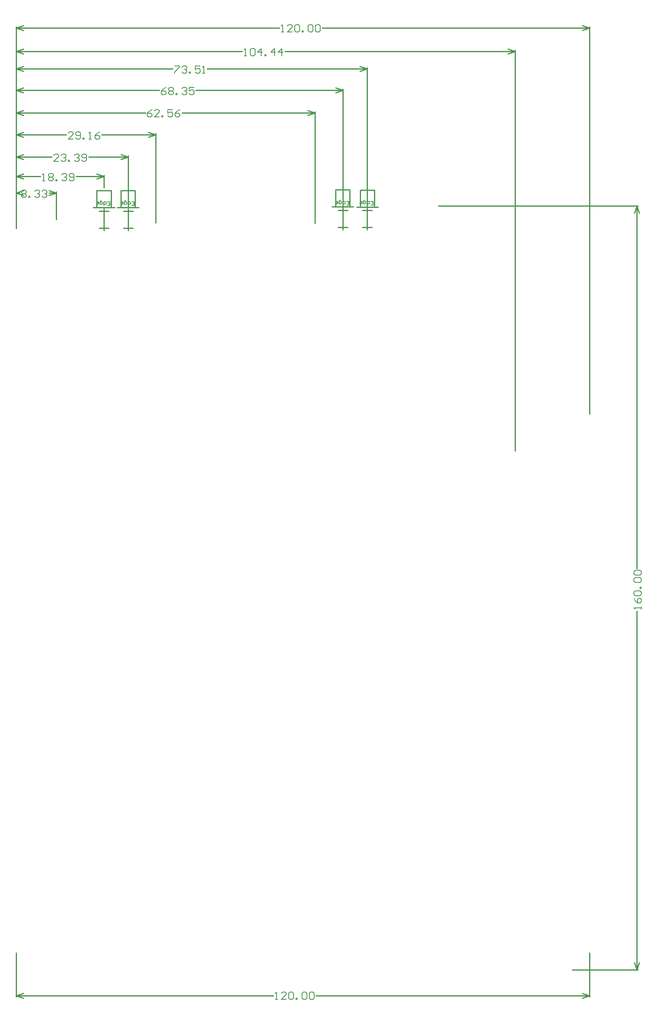
<source format=gm1>
G04*
G04 #@! TF.GenerationSoftware,Altium Limited,Altium Designer,24.1.2 (44)*
G04*
G04 Layer_Color=16711935*
%FSLAX44Y44*%
%MOMM*%
G71*
G04*
G04 #@! TF.SameCoordinates,9E3D1DA3-FC52-4BB6-AAC9-55B28770B0AD*
G04*
G04*
G04 #@! TF.FilePolarity,Positive*
G04*
G01*
G75*
%ADD12C,0.2540*%
%ADD14C,0.1524*%
%ADD15C,0.1270*%
D12*
X-0Y1552194D02*
Y1701292D01*
X724916Y1554480D02*
X735076D01*
Y1590040D01*
Y1554480D02*
X745236D01*
X735076Y1549400D02*
Y1554480D01*
X712470Y1597406D02*
X757682D01*
X720090Y1632966D02*
X750062D01*
X735076Y1590040D02*
Y1595120D01*
X724916Y1590040D02*
X735076D01*
X745236D01*
X750062Y1597660D02*
Y1632966D01*
X720090Y1598422D02*
Y1632966D01*
X673354Y1554734D02*
X683514D01*
Y1590294D01*
Y1554734D02*
X693674D01*
X683514Y1549654D02*
Y1554734D01*
X660908Y1597660D02*
X706120D01*
X668528Y1633220D02*
X698500D01*
X683514Y1590294D02*
Y1595374D01*
X673354Y1590294D02*
X683514D01*
X693674D01*
X698500Y1597914D02*
Y1633220D01*
X668528Y1598676D02*
Y1633220D01*
X223774Y1553210D02*
X233934D01*
Y1588770D01*
Y1553210D02*
X244094D01*
X233934Y1548130D02*
Y1553210D01*
X211328Y1596136D02*
X256540D01*
X218948Y1631696D02*
X248920D01*
X233934Y1588770D02*
Y1593850D01*
X223774Y1588770D02*
X233934D01*
X244094D01*
X248920Y1596390D02*
Y1631696D01*
X218948Y1597152D02*
Y1631696D01*
X173228Y1553464D02*
X183388D01*
Y1589024D01*
Y1553464D02*
X193548D01*
X183388Y1548384D02*
Y1553464D01*
X160782Y1596390D02*
X205994D01*
X168402Y1631950D02*
X198374D01*
X183388Y1589024D02*
Y1594104D01*
X173228Y1589024D02*
X183388D01*
X193548D01*
X198374Y1596644D02*
Y1631950D01*
X168402Y1597406D02*
Y1631950D01*
X-0Y1626616D02*
X15240Y1631696D01*
X-0Y1626616D02*
X15240Y1621536D01*
X68072D02*
X83312Y1626616D01*
X68072Y1631696D02*
X83312Y1626616D01*
X-0D02*
X6866D01*
X68317D02*
X83312D01*
X-0Y1556004D02*
Y1629156D01*
X83312Y1570990D02*
Y1629156D01*
X-0Y1972564D02*
X15240Y1977644D01*
X-0Y1972564D02*
X15240Y1967484D01*
X1184760D02*
X1200000Y1972564D01*
X1184760Y1977644D02*
X1200000Y1972564D01*
X-0D02*
X551245D01*
X640627D02*
X1200000D01*
X-0Y1556004D02*
Y1975104D01*
X1200000Y1163724D02*
Y1975104D01*
X-0Y1923288D02*
X15240Y1928368D01*
X-0Y1923288D02*
X15240Y1918208D01*
X1029208D02*
X1044448Y1923288D01*
X1029208Y1928368D02*
X1044448Y1923288D01*
X-0D02*
X473469D01*
X562851D02*
X1044448D01*
X-0Y1556004D02*
Y1925828D01*
X1044448Y1086612D02*
Y1925828D01*
X-0Y1886712D02*
X15240Y1891792D01*
X-0Y1886712D02*
X15240Y1881632D01*
X719836D02*
X735076Y1886712D01*
X719836Y1891792D02*
X735076Y1886712D01*
X-0D02*
X327670D01*
X399278D02*
X735076D01*
X-0Y1556004D02*
Y1889252D01*
X735076Y1593850D02*
Y1889252D01*
X-0Y1841754D02*
X15240Y1846834D01*
X-0Y1841754D02*
X15240Y1836674D01*
X668274D02*
X683514Y1841754D01*
X668274Y1846834D02*
X683514Y1841754D01*
X-0D02*
X299350D01*
X376036D02*
X683514D01*
X-0Y1556004D02*
Y1844294D01*
X683514Y1594104D02*
Y1844294D01*
X-0Y1794764D02*
X15240Y1799844D01*
X-0Y1794764D02*
X15240Y1789684D01*
X610362D02*
X625602Y1794764D01*
X610362Y1799844D02*
X625602Y1794764D01*
X-0D02*
X270394D01*
X347080D02*
X625602D01*
X-0Y1556004D02*
Y1797304D01*
X625602Y1563624D02*
Y1797304D01*
X-0Y1748282D02*
X15240Y1753362D01*
X-0Y1748282D02*
X15240Y1743202D01*
X276352D02*
X291592Y1748282D01*
X276352Y1753362D02*
X291592Y1748282D01*
X-0D02*
X104659D01*
X178805D02*
X291592D01*
X-0Y1556004D02*
Y1750822D01*
X291592Y1564386D02*
Y1750822D01*
X-0Y1702308D02*
X15240Y1707388D01*
X-0Y1702308D02*
X15240Y1697228D01*
X218694D02*
X233934Y1702308D01*
X218694Y1707388D02*
X233934Y1702308D01*
X-0D02*
X74560D01*
X151246D02*
X233934D01*
X-0Y1563810D02*
Y1704848D01*
X233934Y1597660D02*
Y1704848D01*
X168656Y1656588D02*
X183896Y1661668D01*
X168656Y1666748D02*
X183896Y1661668D01*
X-0D02*
X15240Y1666748D01*
X-0Y1661668D02*
X15240Y1656588D01*
X124957Y1661668D02*
X183896D01*
X-0D02*
X50811D01*
X183896Y1637792D02*
Y1664208D01*
X-0Y1556004D02*
Y1664208D01*
X1299690Y1599946D02*
X1304770Y1584706D01*
X1294610D02*
X1299690Y1599946D01*
X1294610Y15240D02*
X1299690Y-0D01*
X1304770Y15240D01*
X1299690Y840600D02*
Y1599946D01*
Y-0D02*
Y751218D01*
X883666Y1599946D02*
X1302230D01*
X1163810Y-0D02*
X1302230D01*
X-0Y-53594D02*
X15240Y-48514D01*
X-0Y-53594D02*
X15240Y-58674D01*
X1184760D02*
X1200000Y-53594D01*
X1184760Y-48514D02*
X1200000Y-53594D01*
X-0D02*
X538237D01*
X627619D02*
X1200000D01*
X-0Y-56134D02*
Y36190D01*
X1200000Y-56134D02*
Y36190D01*
D14*
X10931Y1630170D02*
X13470Y1632710D01*
X18548D01*
X21087Y1630170D01*
Y1627631D01*
X18548Y1625092D01*
X21087Y1622553D01*
Y1620014D01*
X18548Y1617475D01*
X13470D01*
X10931Y1620014D01*
Y1622553D01*
X13470Y1625092D01*
X10931Y1627631D01*
Y1630170D01*
X13470Y1625092D02*
X18548D01*
X26165Y1617475D02*
Y1620014D01*
X28705D01*
Y1617475D01*
X26165D01*
X38861Y1630170D02*
X41401Y1632710D01*
X46479D01*
X49018Y1630170D01*
Y1627631D01*
X46479Y1625092D01*
X43940D01*
X46479D01*
X49018Y1622553D01*
Y1620014D01*
X46479Y1617475D01*
X41401D01*
X38861Y1620014D01*
X54096Y1630170D02*
X56636Y1632710D01*
X61714D01*
X64253Y1630170D01*
Y1627631D01*
X61714Y1625092D01*
X59175D01*
X61714D01*
X64253Y1622553D01*
Y1620014D01*
X61714Y1617475D01*
X56636D01*
X54096Y1620014D01*
X555309Y1963423D02*
X560387D01*
X557848D01*
Y1978658D01*
X555309Y1976118D01*
X578162Y1963423D02*
X568005D01*
X578162Y1973579D01*
Y1976118D01*
X575622Y1978658D01*
X570544D01*
X568005Y1976118D01*
X583240D02*
X585779Y1978658D01*
X590858D01*
X593397Y1976118D01*
Y1965962D01*
X590858Y1963423D01*
X585779D01*
X583240Y1965962D01*
Y1976118D01*
X598475Y1963423D02*
Y1965962D01*
X601014D01*
Y1963423D01*
X598475D01*
X611171Y1976118D02*
X613710Y1978658D01*
X618788D01*
X621328Y1976118D01*
Y1965962D01*
X618788Y1963423D01*
X613710D01*
X611171Y1965962D01*
Y1976118D01*
X626406D02*
X628945Y1978658D01*
X634024D01*
X636563Y1976118D01*
Y1965962D01*
X634024Y1963423D01*
X628945D01*
X626406Y1965962D01*
Y1976118D01*
X477533Y1914147D02*
X482611D01*
X480072D01*
Y1929382D01*
X477533Y1926842D01*
X490229D02*
X492768Y1929382D01*
X497846D01*
X500386Y1926842D01*
Y1916686D01*
X497846Y1914147D01*
X492768D01*
X490229Y1916686D01*
Y1926842D01*
X513082Y1914147D02*
Y1929382D01*
X505464Y1921764D01*
X515621D01*
X520699Y1914147D02*
Y1916686D01*
X523238D01*
Y1914147D01*
X520699D01*
X541012D02*
Y1929382D01*
X533395Y1921764D01*
X543552D01*
X556248Y1914147D02*
Y1929382D01*
X548630Y1921764D01*
X558787D01*
X331734Y1892805D02*
X341891D01*
Y1890266D01*
X331734Y1880110D01*
Y1877570D01*
X346969Y1890266D02*
X349508Y1892805D01*
X354587D01*
X357126Y1890266D01*
Y1887727D01*
X354587Y1885188D01*
X352048D01*
X354587D01*
X357126Y1882649D01*
Y1880110D01*
X354587Y1877570D01*
X349508D01*
X346969Y1880110D01*
X362204Y1877570D02*
Y1880110D01*
X364743D01*
Y1877570D01*
X362204D01*
X385057Y1892805D02*
X374900D01*
Y1885188D01*
X379978Y1887727D01*
X382518D01*
X385057Y1885188D01*
Y1880110D01*
X382518Y1877570D01*
X377439D01*
X374900Y1880110D01*
X390135Y1877570D02*
X395214D01*
X392674D01*
Y1892805D01*
X390135Y1890266D01*
X313571Y1847847D02*
X308492Y1845308D01*
X303414Y1840230D01*
Y1835152D01*
X305953Y1832612D01*
X311031D01*
X313571Y1835152D01*
Y1837691D01*
X311031Y1840230D01*
X303414D01*
X318649Y1845308D02*
X321188Y1847847D01*
X326267D01*
X328806Y1845308D01*
Y1842769D01*
X326267Y1840230D01*
X328806Y1837691D01*
Y1835152D01*
X326267Y1832612D01*
X321188D01*
X318649Y1835152D01*
Y1837691D01*
X321188Y1840230D01*
X318649Y1842769D01*
Y1845308D01*
X321188Y1840230D02*
X326267D01*
X333884Y1832612D02*
Y1835152D01*
X336423D01*
Y1832612D01*
X333884D01*
X346580Y1845308D02*
X349119Y1847847D01*
X354198D01*
X356737Y1845308D01*
Y1842769D01*
X354198Y1840230D01*
X351658D01*
X354198D01*
X356737Y1837691D01*
Y1835152D01*
X354198Y1832612D01*
X349119D01*
X346580Y1835152D01*
X371972Y1847847D02*
X361815D01*
Y1840230D01*
X366893Y1842769D01*
X369433D01*
X371972Y1840230D01*
Y1835152D01*
X369433Y1832612D01*
X364354D01*
X361815Y1835152D01*
X284615Y1800858D02*
X279536Y1798318D01*
X274458Y1793240D01*
Y1788162D01*
X276997Y1785623D01*
X282076D01*
X284615Y1788162D01*
Y1790701D01*
X282076Y1793240D01*
X274458D01*
X299850Y1785623D02*
X289693D01*
X299850Y1795779D01*
Y1798318D01*
X297311Y1800858D01*
X292232D01*
X289693Y1798318D01*
X304928Y1785623D02*
Y1788162D01*
X307467D01*
Y1785623D01*
X304928D01*
X327781Y1800858D02*
X317624D01*
Y1793240D01*
X322702Y1795779D01*
X325242D01*
X327781Y1793240D01*
Y1788162D01*
X325242Y1785623D01*
X320163D01*
X317624Y1788162D01*
X343016Y1800858D02*
X337937Y1798318D01*
X332859Y1793240D01*
Y1788162D01*
X335398Y1785623D01*
X340477D01*
X343016Y1788162D01*
Y1790701D01*
X340477Y1793240D01*
X332859D01*
X118879Y1739140D02*
X108723D01*
X118879Y1749297D01*
Y1751836D01*
X116340Y1754375D01*
X111262D01*
X108723Y1751836D01*
X123958Y1741680D02*
X126497Y1739140D01*
X131575D01*
X134114Y1741680D01*
Y1751836D01*
X131575Y1754375D01*
X126497D01*
X123958Y1751836D01*
Y1749297D01*
X126497Y1746758D01*
X134114D01*
X139193Y1739140D02*
Y1741680D01*
X141732D01*
Y1739140D01*
X139193D01*
X151889D02*
X156967D01*
X154428D01*
Y1754375D01*
X151889Y1751836D01*
X174741Y1754375D02*
X169663Y1751836D01*
X164585Y1746758D01*
Y1741680D01*
X167124Y1739140D01*
X172202D01*
X174741Y1741680D01*
Y1744219D01*
X172202Y1746758D01*
X164585D01*
X88781Y1693167D02*
X78624D01*
X88781Y1703323D01*
Y1705862D01*
X86242Y1708401D01*
X81163D01*
X78624Y1705862D01*
X93859D02*
X96398Y1708401D01*
X101476D01*
X104016Y1705862D01*
Y1703323D01*
X101476Y1700784D01*
X98937D01*
X101476D01*
X104016Y1698245D01*
Y1695706D01*
X101476Y1693167D01*
X96398D01*
X93859Y1695706D01*
X109094Y1693167D02*
Y1695706D01*
X111633D01*
Y1693167D01*
X109094D01*
X121790Y1705862D02*
X124329Y1708401D01*
X129408D01*
X131947Y1705862D01*
Y1703323D01*
X129408Y1700784D01*
X126868D01*
X129408D01*
X131947Y1698245D01*
Y1695706D01*
X129408Y1693167D01*
X124329D01*
X121790Y1695706D01*
X137025D02*
X139564Y1693167D01*
X144643D01*
X147182Y1695706D01*
Y1705862D01*
X144643Y1708401D01*
X139564D01*
X137025Y1705862D01*
Y1703323D01*
X139564Y1700784D01*
X147182D01*
X54875Y1652527D02*
X59953D01*
X57414D01*
Y1667762D01*
X54875Y1665222D01*
X67571D02*
X70110Y1667762D01*
X75188D01*
X77727Y1665222D01*
Y1662683D01*
X75188Y1660144D01*
X77727Y1657605D01*
Y1655066D01*
X75188Y1652527D01*
X70110D01*
X67571Y1655066D01*
Y1657605D01*
X70110Y1660144D01*
X67571Y1662683D01*
Y1665222D01*
X70110Y1660144D02*
X75188D01*
X82806Y1652527D02*
Y1655066D01*
X85345D01*
Y1652527D01*
X82806D01*
X95501Y1665222D02*
X98041Y1667762D01*
X103119D01*
X105658Y1665222D01*
Y1662683D01*
X103119Y1660144D01*
X100580D01*
X103119D01*
X105658Y1657605D01*
Y1655066D01*
X103119Y1652527D01*
X98041D01*
X95501Y1655066D01*
X110737D02*
X113276Y1652527D01*
X118354D01*
X120893Y1655066D01*
Y1665222D01*
X118354Y1667762D01*
X113276D01*
X110737Y1665222D01*
Y1662683D01*
X113276Y1660144D01*
X120893D01*
X1308831Y755282D02*
Y760361D01*
Y757821D01*
X1293596D01*
X1296136Y755282D01*
X1293596Y778135D02*
X1296136Y773056D01*
X1301214Y767978D01*
X1306292D01*
X1308831Y770517D01*
Y775596D01*
X1306292Y778135D01*
X1303753D01*
X1301214Y775596D01*
Y767978D01*
X1296136Y783213D02*
X1293596Y785752D01*
Y790831D01*
X1296136Y793370D01*
X1306292D01*
X1308831Y790831D01*
Y785752D01*
X1306292Y783213D01*
X1296136D01*
X1308831Y798448D02*
X1306292D01*
Y800987D01*
X1308831D01*
Y798448D01*
X1296136Y811144D02*
X1293596Y813683D01*
Y818762D01*
X1296136Y821301D01*
X1306292D01*
X1308831Y818762D01*
Y813683D01*
X1306292Y811144D01*
X1296136D01*
Y826379D02*
X1293596Y828918D01*
Y833997D01*
X1296136Y836536D01*
X1306292D01*
X1308831Y833997D01*
Y828918D01*
X1306292Y826379D01*
X1296136D01*
X542301Y-61336D02*
X547379D01*
X544840D01*
Y-46101D01*
X542301Y-48640D01*
X565154Y-61336D02*
X554997D01*
X565154Y-51179D01*
Y-48640D01*
X562614Y-46101D01*
X557536D01*
X554997Y-48640D01*
X570232D02*
X572771Y-46101D01*
X577849D01*
X580388Y-48640D01*
Y-58797D01*
X577849Y-61336D01*
X572771D01*
X570232Y-58797D01*
Y-48640D01*
X585467Y-61336D02*
Y-58797D01*
X588006D01*
Y-61336D01*
X585467D01*
X598163Y-48640D02*
X600702Y-46101D01*
X605780D01*
X608320Y-48640D01*
Y-58797D01*
X605780Y-61336D01*
X600702D01*
X598163Y-58797D01*
Y-48640D01*
X613398D02*
X615937Y-46101D01*
X621015D01*
X623555Y-48640D01*
Y-58797D01*
X621015Y-61336D01*
X615937D01*
X613398Y-58797D01*
Y-48640D01*
D15*
X742698Y1601472D02*
X747776D01*
Y1609090D01*
X742698D01*
X747776Y1605281D02*
X745237D01*
X735080Y1601472D02*
Y1609090D01*
X738889D01*
X740158Y1607820D01*
Y1605281D01*
X738889Y1604012D01*
X735080D01*
X730002Y1611629D02*
X728732D01*
X727463Y1610360D01*
Y1604012D01*
X731271D01*
X732541Y1605281D01*
Y1607820D01*
X731271Y1609090D01*
X727463D01*
X721115D02*
X723654D01*
X724923Y1607820D01*
Y1605281D01*
X723654Y1604012D01*
X721115D01*
X719845Y1605281D01*
Y1606551D01*
X724923D01*
X691136Y1601727D02*
X696214D01*
Y1609344D01*
X691136D01*
X696214Y1605535D02*
X693675D01*
X683518Y1601727D02*
Y1609344D01*
X687327D01*
X688596Y1608074D01*
Y1605535D01*
X687327Y1604266D01*
X683518D01*
X678440Y1611883D02*
X677170D01*
X675901Y1610614D01*
Y1604266D01*
X679709D01*
X680979Y1605535D01*
Y1608074D01*
X679709Y1609344D01*
X675901D01*
X669553D02*
X672092D01*
X673361Y1608074D01*
Y1605535D01*
X672092Y1604266D01*
X669553D01*
X668283Y1605535D01*
Y1606805D01*
X673361D01*
X241556Y1600202D02*
X246634D01*
Y1607820D01*
X241556D01*
X246634Y1604011D02*
X244095D01*
X233938Y1600202D02*
Y1607820D01*
X237747D01*
X239016Y1606550D01*
Y1604011D01*
X237747Y1602742D01*
X233938D01*
X228860Y1610359D02*
X227590D01*
X226321Y1609090D01*
Y1602742D01*
X230129D01*
X231399Y1604011D01*
Y1606550D01*
X230129Y1607820D01*
X226321D01*
X219973D02*
X222512D01*
X223781Y1606550D01*
Y1604011D01*
X222512Y1602742D01*
X219973D01*
X218703Y1604011D01*
Y1605281D01*
X223781D01*
X191010Y1600457D02*
X196088D01*
Y1608074D01*
X191010D01*
X196088Y1604265D02*
X193549D01*
X183392Y1600457D02*
Y1608074D01*
X187201D01*
X188470Y1606804D01*
Y1604265D01*
X187201Y1602996D01*
X183392D01*
X178314Y1610613D02*
X177044D01*
X175775Y1609344D01*
Y1602996D01*
X179583D01*
X180853Y1604265D01*
Y1606804D01*
X179583Y1608074D01*
X175775D01*
X169427D02*
X171966D01*
X173235Y1606804D01*
Y1604265D01*
X171966Y1602996D01*
X169427D01*
X168157Y1604265D01*
Y1605535D01*
X173235D01*
M02*

</source>
